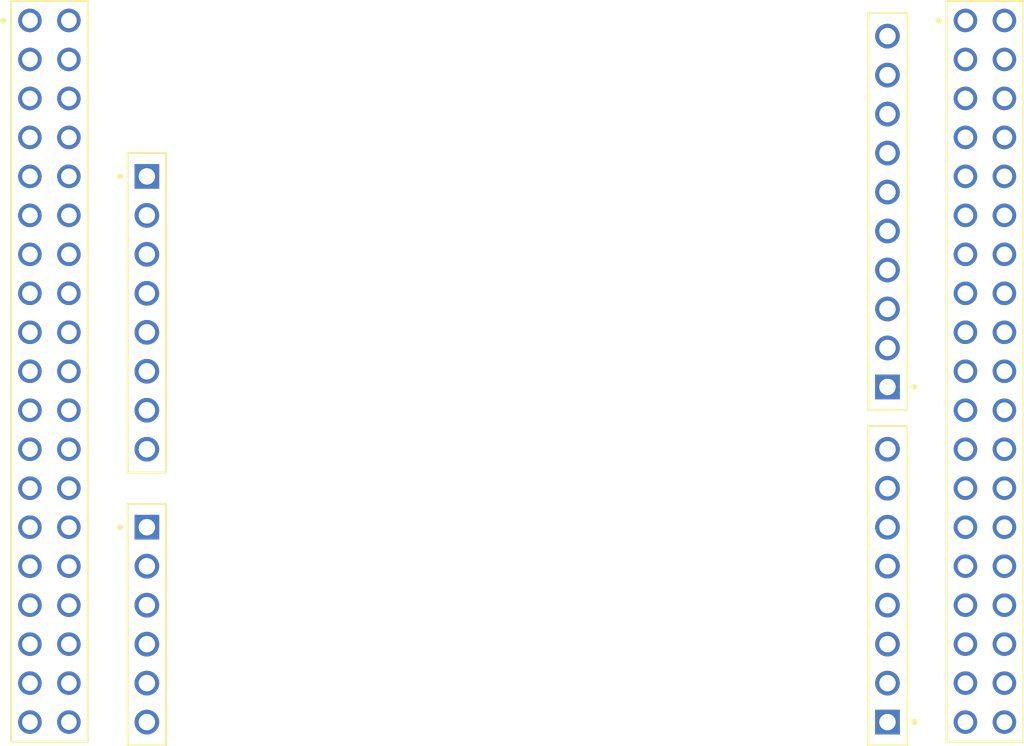
<source format=kicad_pcb>
(kicad_pcb (version 20221018) (generator pcbnew)
  (layers (0 "F.Cu" signal) (31 "B.Cu" signal) (34 "B.Paste" user) (35 "F.Paste" user) (36 "B.SilkS" user "B.Silkscreen") (37 "F.SilkS" user "F.Silkscreen") (38 "B.Mask" user) (39 "F.Mask" user) (44 "Edge.Cuts" user))
  (net 0 "")
  (net 1 "GND")
  (net 2 "PC0")
  (net 3 "PC1")
  (net 4 "PC2")
  (net 5 "PB0")
  (net 6 "VBAT")
  (net 7 "PA4")
  (net 8 "PH1")
  (net 9 "PA1")
  (net 10 "PH0")
  (net 11 "PA0")
  (net 12 "PC15")
  (net 13 "PC14")
  (net 14 "VIN")
  (net 15 "PC13")
  (net 16 "PB7")
  (net 17 "5V")
  (net 18 "PA15")
  (net 19 "3V3")
  (net 20 "PA14")
  (net 21 "PA13")
  (net 22 "IOREF")
  (net 23 "BOOT0")
  (net 24 "VDD")
  (net 25 "PD2")
  (net 26 "PC12")
  (net 27 "PC11")
  (net 28 "PC3")
  (net 29 "PC10")
  (net 30 "PA2")
  (net 31 "PC4")
  (net 32 "PA10")
  (net 33 "AGND")
  (net 34 "PB3")
  (net 35 "PB13")
  (net 36 "PB5")
  (net 37 "PB14")
  (net 38 "PB4")
  (net 39 "PB15")
  (net 40 "PB10")
  (net 41 "PB1")
  (net 42 "PA8")
  (net 43 "PB2")
  (net 44 "PA9")
  (net 45 "PC7")
  (net 46 "PB6")
  (net 47 "PB12")
  (net 48 "PA7")
  (net 49 "PA11")
  (net 50 "PA6")
  (net 51 "PA12")
  (net 52 "PA5")
  (net 53 "AVDD")
  (net 54 "PC5")
  (net 55 "PB9")
  (net 56 "PC6")
  (net 57 "PB8")
  (net 58 "PC8")
  (net 59 "PA3")
  (net 60 "PC9")
  (net 61 "NRST")
  (net 62 "U5V")
  (net 63 "PB11")
  (net 64 "E5V")
  (footprint "NUCLEO-F401RE:ST_NUCLEO-F401RE" (layer "F.Cu") (at 152.146 86.614)
    (fp_text reference "A1" hide)
    (fp_text value "NUCLEO-F401RE" hide)
    (fp_line (start -32.98 -10.78) (end -32.98 37.48) (stroke (width 0.127)) (layer "F.SilkS"))
    (fp_line (start -32.98 37.48) (end -27.98 37.48) (stroke (width 0.127)) (layer "F.SilkS"))
    (fp_line (start -27.98 -10.78) (end -32.98 -10.78) (stroke (width 0.127)) (layer "F.SilkS"))
    (fp_line (start -27.98 37.48) (end -27.98 -10.78) (stroke (width 0.127)) (layer "F.SilkS"))
    (fp_line (start -25.38 -0.87) (end -25.38 19.95) (stroke (width 0.127)) (layer "F.SilkS"))
    (fp_line (start -25.38 19.95) (end -22.88 19.95) (stroke (width 0.127)) (layer "F.SilkS"))
    (fp_line (start -25.38 21.99) (end -25.38 37.73) (stroke (width 0.127)) (layer "F.SilkS"))
    (fp_line (start -25.38 37.73) (end -22.88 37.73) (stroke (width 0.127)) (layer "F.SilkS"))
    (fp_line (start -22.88 -0.87) (end -25.38 -0.87) (stroke (width 0.127)) (layer "F.SilkS"))
    (fp_line (start -22.88 19.95) (end -22.88 -0.87) (stroke (width 0.127)) (layer "F.SilkS"))
    (fp_line (start -22.88 21.99) (end -25.38 21.99) (stroke (width 0.127)) (layer "F.SilkS"))
    (fp_line (start -22.88 37.73) (end -22.88 21.99) (stroke (width 0.127)) (layer "F.SilkS"))
    (fp_line (start 22.88 -10.01) (end 22.88 15.89) (stroke (width 0.127)) (layer "F.SilkS"))
    (fp_line (start 22.88 15.89) (end 25.38 15.89) (stroke (width 0.127)) (layer "F.SilkS"))
    (fp_line (start 22.88 16.91) (end 22.88 37.73) (stroke (width 0.127)) (layer "F.SilkS"))
    (fp_line (start 22.88 37.73) (end 25.38 37.73) (stroke (width 0.127)) (layer "F.SilkS"))
    (fp_line (start 25.38 -10.01) (end 22.88 -10.01) (stroke (width 0.127)) (layer "F.SilkS"))
    (fp_line (start 25.38 15.89) (end 25.38 -10.01) (stroke (width 0.127)) (layer "F.SilkS"))
    (fp_line (start 25.38 16.91) (end 22.88 16.91) (stroke (width 0.127)) (layer "F.SilkS"))
    (fp_line (start 25.38 37.73) (end 25.38 16.91) (stroke (width 0.127)) (layer "F.SilkS"))
    (fp_line (start 27.98 -10.78) (end 27.98 37.48) (stroke (width 0.127)) (layer "F.SilkS"))
    (fp_line (start 27.98 37.48) (end 32.98 37.48) (stroke (width 0.127)) (layer "F.SilkS"))
    (fp_line (start 32.98 -10.78) (end 27.98 -10.78) (stroke (width 0.127)) (layer "F.SilkS"))
    (fp_line (start 32.98 37.48) (end 32.98 -10.78) (stroke (width 0.127)) (layer "F.SilkS"))
    (fp_circle (center -33.5 -9.51) (end -33.4 -9.51) (stroke (width 0.2)) (fill none) (layer "F.SilkS"))
    (fp_circle (center -25.88 0.65) (end -25.78 0.65) (stroke (width 0.2)) (fill none) (layer "F.SilkS"))
    (fp_circle (center -25.88 23.51) (end -25.78 23.51) (stroke (width 0.2)) (fill none) (layer "F.SilkS"))
    (fp_circle (center 25.88 14.37) (end 25.98 14.37) (stroke (width 0.2)) (fill none) (layer "F.SilkS"))
    (fp_circle (center 25.88 36.21) (end 25.98 36.21) (stroke (width 0.2)) (fill none) (layer "F.SilkS"))
    (fp_circle (center 27.46 -9.51) (end 27.56 -9.51) (stroke (width 0.2)) (fill none) (layer "F.SilkS"))
    (pad "CN5_1" thru_hole rect (at 24.13 14.37 180) (size 1.605 1.605) (drill 1.07) (layers "*.Cu" "*.Mask"))
    (pad "CN5_2" thru_hole circle (at 24.13 11.83 180) (size 1.605 1.605) (drill 1.07) (layers "*.Cu" "*.Mask"))
    (pad "CN5_3" thru_hole circle (at 24.13 9.29 180) (size 1.605 1.605) (drill 1.07) (layers "*.Cu" "*.Mask"))
    (pad "CN5_4" thru_hole circle (at 24.13 6.75 180) (size 1.605 1.605) (drill 1.07) (layers "*.Cu" "*.Mask"))
    (pad "CN5_5" thru_hole circle (at 24.13 4.21 180) (size 1.605 1.605) (drill 1.07) (layers "*.Cu" "*.Mask"))
    (pad "CN5_6" thru_hole circle (at 24.13 1.67 180) (size 1.605 1.605) (drill 1.07) (layers "*.Cu" "*.Mask"))
    (pad "CN5_7" thru_hole circle (at 24.13 -0.87 180) (size 1.605 1.605) (drill 1.07) (layers "*.Cu" "*.Mask"))
    (pad "CN5_8" thru_hole circle (at 24.13 -3.41 180) (size 1.605 1.605) (drill 1.07) (layers "*.Cu" "*.Mask"))
    (pad "CN5_9" thru_hole circle (at 24.13 -5.95 180) (size 1.605 1.605) (drill 1.07) (layers "*.Cu" "*.Mask"))
    (pad "CN5_10" thru_hole circle (at 24.13 -8.49 180) (size 1.605 1.605) (drill 1.07) (layers "*.Cu" "*.Mask"))
    (pad "CN6_1" thru_hole rect (at -24.13 0.65) (size 1.605 1.605) (drill 1.07) (layers "*.Cu" "*.Mask"))
    (pad "CN6_2" thru_hole circle (at -24.13 3.19) (size 1.605 1.605) (drill 1.07) (layers "*.Cu" "*.Mask"))
    (pad "CN6_3" thru_hole circle (at -24.13 5.73) (size 1.605 1.605) (drill 1.07) (layers "*.Cu" "*.Mask"))
    (pad "CN6_4" thru_hole circle (at -24.13 8.27) (size 1.605 1.605) (drill 1.07) (layers "*.Cu" "*.Mask"))
    (pad "CN6_5" thru_hole circle (at -24.13 10.81) (size 1.605 1.605) (drill 1.07) (layers "*.Cu" "*.Mask"))
    (pad "CN6_6" thru_hole circle (at -24.13 13.35) (size 1.605 1.605) (drill 1.07) (layers "*.Cu" "*.Mask"))
    (pad "CN6_7" thru_hole circle (at -24.13 15.89) (size 1.605 1.605) (drill 1.07) (layers "*.Cu" "*.Mask"))
    (pad "CN6_8" thru_hole circle (at -24.13 18.43) (size 1.605 1.605) (drill 1.07) (layers "*.Cu" "*.Mask"))
    (pad "CN7_1" thru_hole circle (at -31.75 -9.51) (size 1.53 1.53) (drill 1.02) (layers "*.Cu" "*.Mask") (net 29 "PC10"))
    (pad "CN7_2" thru_hole circle (at -29.21 -9.51) (size 1.53 1.53) (drill 1.02) (layers "*.Cu" "*.Mask") (net 27 "PC11"))
    (pad "CN7_3" thru_hole circle (at -31.75 -6.97) (size 1.53 1.53) (drill 1.02) (layers "*.Cu" "*.Mask") (net 26 "PC12"))
    (pad "CN7_4" thru_hole circle (at -29.21 -6.97) (size 1.53 1.53) (drill 1.02) (layers "*.Cu" "*.Mask") (net 25 "PD2"))
    (pad "CN7_5" thru_hole circle (at -31.75 -4.43) (size 1.53 1.53) (drill 1.02) (layers "*.Cu" "*.Mask") (net 24 "VDD"))
    (pad "CN7_6" thru_hole circle (at -29.21 -4.43) (size 1.53 1.53) (drill 1.02) (layers "*.Cu" "*.Mask") (net 64 "E5V"))
    (pad "CN7_7" thru_hole circle (at -31.75 -1.89) (size 1.53 1.53) (drill 1.02) (layers "*.Cu" "*.Mask") (net 23 "BOOT0"))
    (pad "CN7_8" thru_hole circle (at -29.21 -1.89) (size 1.53 1.53) (drill 1.02) (layers "*.Cu" "*.Mask") (net 1 "GND"))
    (pad "CN7_9" thru_hole circle (at -31.75 0.65) (size 1.53 1.53) (drill 1.02) (layers "*.Cu" "*.Mask"))
    (pad "CN7_10" thru_hole circle (at -29.21 0.65) (size 1.53 1.53) (drill 1.02) (layers "*.Cu" "*.Mask"))
    (pad "CN7_11" thru_hole circle (at -31.75 3.19) (size 1.53 1.53) (drill 1.02) (layers "*.Cu" "*.Mask"))
    (pad "CN7_12" thru_hole circle (at -29.21 3.19) (size 1.53 1.53) (drill 1.02) (layers "*.Cu" "*.Mask") (net 22 "IOREF"))
    (pad "CN7_13" thru_hole circle (at -31.75 5.73) (size 1.53 1.53) (drill 1.02) (layers "*.Cu" "*.Mask") (net 21 "PA13"))
    (pad "CN7_14" thru_hole circle (at -29.21 5.73) (size 1.53 1.53) (drill 1.02) (layers "*.Cu" "*.Mask") (net 61 "NRST"))
    (pad "CN7_15" thru_hole circle (at -31.75 8.27) (size 1.53 1.53) (drill 1.02) (layers "*.Cu" "*.Mask") (net 20 "PA14"))
    (pad "CN7_16" thru_hole circle (at -29.21 8.27) (size 1.53 1.53) (drill 1.02) (layers "*.Cu" "*.Mask") (net 19 "3V3"))
    (pad "CN7_17" thru_hole circle (at -31.75 10.81) (size 1.53 1.53) (drill 1.02) (layers "*.Cu" "*.Mask") (net 18 "PA15"))
    (pad "CN7_18" thru_hole circle (at -29.21 10.81) (size 1.53 1.53) (drill 1.02) (layers "*.Cu" "*.Mask") (net 17 "5V"))
    (pad "CN7_19" thru_hole circle (at -31.75 13.35) (size 1.53 1.53) (drill 1.02) (layers "*.Cu" "*.Mask") (net 1 "GND"))
    (pad "CN7_20" thru_hole circle (at -29.21 13.35) (size 1.53 1.53) (drill 1.02) (layers "*.Cu" "*.Mask") (net 1 "GND"))
    (pad "CN7_21" thru_hole circle (at -31.75 15.89) (size 1.53 1.53) (drill 1.02) (layers "*.Cu" "*.Mask") (net 16 "PB7"))
    (pad "CN7_22" thru_hole circle (at -29.21 15.89) (size 1.53 1.53) (drill 1.02) (layers "*.Cu" "*.Mask") (net 1 "GND"))
    (pad "CN7_23" thru_hole circle (at -31.75 18.43) (size 1.53 1.53) (drill 1.02) (layers "*.Cu" "*.Mask") (net 15 "PC13"))
    (pad "CN7_24" thru_hole circle (at -29.21 18.43) (size 1.53 1.53) (drill 1.02) (layers "*.Cu" "*.Mask") (net 14 "VIN"))
    (pad "CN7_25" thru_hole circle (at -31.75 20.97) (size 1.53 1.53) (drill 1.02) (layers "*.Cu" "*.Mask") (net 13 "PC14"))
    (pad "CN7_26" thru_hole circle (at -29.21 20.97) (size 1.53 1.53) (drill 1.02) (layers "*.Cu" "*.Mask"))
    (pad "CN7_27" thru_hole circle (at -31.75 23.51) (size 1.53 1.53) (drill 1.02) (layers "*.Cu" "*.Mask") (net 12 "PC15"))
    (pad "CN7_28" thru_hole circle (at -29.21 23.51) (size 1.53 1.53) (drill 1.02) (layers "*.Cu" "*.Mask") (net 11 "PA0"))
    (pad "CN7_29" thru_hole circle (at -31.75 26.05) (size 1.53 1.53) (drill 1.02) (layers "*.Cu" "*.Mask") (net 10 "PH0"))
    (pad "CN7_30" thru_hole circle (at -29.21 26.05) (size 1.53 1.53) (drill 1.02) (layers "*.Cu" "*.Mask") (net 9 "PA1"))
    (pad "CN7_31" thru_hole circle (at -31.75 28.59) (size 1.53 1.53) (drill 1.02) (layers "*.Cu" "*.Mask") (net 8 "PH1"))
    (pad "CN7_32" thru_hole circle (at -29.21 28.59) (size 1.53 1.53) (drill 1.02) (layers "*.Cu" "*.Mask") (net 7 "PA4"))
    (pad "CN7_33" thru_hole circle (at -31.75 31.13) (size 1.53 1.53) (drill 1.02) (layers "*.Cu" "*.Mask") (net 6 "VBAT"))
    (pad "CN7_34" thru_hole circle (at -29.21 31.13) (size 1.53 1.53) (drill 1.02) (layers "*.Cu" "*.Mask") (net 5 "PB0"))
    (pad "CN7_35" thru_hole circle (at -31.75 33.67) (size 1.53 1.53) (drill 1.02) (layers "*.Cu" "*.Mask") (net 4 "PC2"))
    (pad "CN7_36" thru_hole circle (at -29.21 33.67) (size 1.53 1.53) (drill 1.02) (layers "*.Cu" "*.Mask") (net 3 "PC1"))
    (pad "CN7_37" thru_hole circle (at -31.75 36.21) (size 1.53 1.53) (drill 1.02) (layers "*.Cu" "*.Mask") (net 28 "PC3"))
    (pad "CN7_38" thru_hole circle (at -29.21 36.21) (size 1.53 1.53) (drill 1.02) (layers "*.Cu" "*.Mask") (net 2 "PC0"))
    (pad "CN8_1" thru_hole rect (at -24.13 23.51) (size 1.605 1.605) (drill 1.07) (layers "*.Cu" "*.Mask"))
    (pad "CN8_2" thru_hole circle (at -24.13 26.05) (size 1.605 1.605) (drill 1.07) (layers "*.Cu" "*.Mask"))
    (pad "CN8_3" thru_hole circle (at -24.13 28.59) (size 1.605 1.605) (drill 1.07) (layers "*.Cu" "*.Mask"))
    (pad "CN8_4" thru_hole circle (at -24.13 31.13) (size 1.605 1.605) (drill 1.07) (layers "*.Cu" "*.Mask"))
    (pad "CN8_5" thru_hole circle (at -24.13 33.67) (size 1.605 1.605) (drill 1.07) (layers "*.Cu" "*.Mask"))
    (pad "CN8_6" thru_hole circle (at -24.13 36.21) (size 1.605 1.605) (drill 1.07) (layers "*.Cu" "*.Mask"))
    (pad "CN9_1" thru_hole rect (at 24.13 36.21 180) (size 1.605 1.605) (drill 1.07) (layers "*.Cu" "*.Mask"))
    (pad "CN9_2" thru_hole circle (at 24.13 33.67 180) (size 1.605 1.605) (drill 1.07) (layers "*.Cu" "*.Mask"))
    (pad "CN9_3" thru_hole circle (at 24.13 31.13 180) (size 1.605 1.605) (drill 1.07) (layers "*.Cu" "*.Mask"))
    (pad "CN9_4" thru_hole circle (at 24.13 28.59 180) (size 1.605 1.605) (drill 1.07) (layers "*.Cu" "*.Mask"))
    (pad "CN9_5" thru_hole circle (at 24.13 26.05 180) (size 1.605 1.605) (drill 1.07) (layers "*.Cu" "*.Mask"))
    (pad "CN9_6" thru_hole circle (at 24.13 23.51 180) (size 1.605 1.605) (drill 1.07) (layers "*.Cu" "*.Mask"))
    (pad "CN9_7" thru_hole circle (at 24.13 20.97 180) (size 1.605 1.605) (drill 1.07) (layers "*.Cu" "*.Mask"))
    (pad "CN9_8" thru_hole circle (at 24.13 18.43 180) (size 1.605 1.605) (drill 1.07) (layers "*.Cu" "*.Mask"))
    (pad "CN10_1" thru_hole circle (at 29.21 -9.51) (size 1.53 1.53) (drill 1.02) (layers "*.Cu" "*.Mask") (net 60 "PC9"))
    (pad "CN10_2" thru_hole circle (at 31.75 -9.51) (size 1.53 1.53) (drill 1.02) (layers "*.Cu" "*.Mask") (net 58 "PC8"))
    (pad "CN10_3" thru_hole circle (at 29.21 -6.97) (size 1.53 1.53) (drill 1.02) (layers "*.Cu" "*.Mask") (net 57 "PB8"))
    (pad "CN10_4" thru_hole circle (at 31.75 -6.97) (size 1.53 1.53) (drill 1.02) (layers "*.Cu" "*.Mask") (net 56 "PC6"))
    (pad "CN10_5" thru_hole circle (at 29.21 -4.43) (size 1.53 1.53) (drill 1.02) (layers "*.Cu" "*.Mask") (net 55 "PB9"))
    (pad "CN10_6" thru_hole circle (at 31.75 -4.43) (size 1.53 1.53) (drill 1.02) (layers "*.Cu" "*.Mask") (net 54 "PC5"))
    (pad "CN10_7" thru_hole circle (at 29.21 -1.89) (size 1.53 1.53) (drill 1.02) (layers "*.Cu" "*.Mask") (net 53 "AVDD"))
    (pad "CN10_8" thru_hole circle (at 31.75 -1.89) (size 1.53 1.53) (drill 1.02) (layers "*.Cu" "*.Mask") (net 62 "U5V"))
    (pad "CN10_9" thru_hole circle (at 29.21 0.65) (size 1.53 1.53) (drill 1.02) (layers "*.Cu" "*.Mask") (net 1 "GND"))
    (pad "CN10_10" thru_hole circle (at 31.75 0.65) (size 1.53 1.53) (drill 1.02) (layers "*.Cu" "*.Mask"))
    (pad "CN10_11" thru_hole circle (at 29.21 3.19) (size 1.53 1.53) (drill 1.02) (layers "*.Cu" "*.Mask") (net 52 "PA5"))
    (pad "CN10_12" thru_hole circle (at 31.75 3.19) (size 1.53 1.53) (drill 1.02) (layers "*.Cu" "*.Mask") (net 51 "PA12"))
    (pad "CN10_13" thru_hole circle (at 29.21 5.73) (size 1.53 1.53) (drill 1.02) (layers "*.Cu" "*.Mask") (net 50 "PA6"))
    (pad "CN10_14" thru_hole circle (at 31.75 5.73) (size 1.53 1.53) (drill 1.02) (layers "*.Cu" "*.Mask") (net 49 "PA11"))
    (pad "CN10_15" thru_hole circle (at 29.21 8.27) (size 1.53 1.53) (drill 1.02) (layers "*.Cu" "*.Mask") (net 48 "PA7"))
    (pad "CN10_16" thru_hole circle (at 31.75 8.27) (size 1.53 1.53) (drill 1.02) (layers "*.Cu" "*.Mask") (net 47 "PB12"))
    (pad "CN10_17" thru_hole circle (at 29.21 10.81) (size 1.53 1.53) (drill 1.02) (layers "*.Cu" "*.Mask") (net 46 "PB6"))
    (pad "CN10_18" thru_hole circle (at 31.75 10.81) (size 1.53 1.53) (drill 1.02) (layers "*.Cu" "*.Mask") (net 63 "PB11"))
    (pad "CN10_19" thru_hole circle (at 29.21 13.35) (size 1.53 1.53) (drill 1.02) (layers "*.Cu" "*.Mask") (net 45 "PC7"))
    (pad "CN10_20" thru_hole circle (at 31.75 13.35) (size 1.53 1.53) (drill 1.02) (layers "*.Cu" "*.Mask") (net 1 "GND"))
    (pad "CN10_21" thru_hole circle (at 29.21 15.89) (size 1.53 1.53) (drill 1.02) (layers "*.Cu" "*.Mask") (net 44 "PA9"))
    (pad "CN10_22" thru_hole circle (at 31.75 15.89) (size 1.53 1.53) (drill 1.02) (layers "*.Cu" "*.Mask") (net 43 "PB2"))
    (pad "CN10_23" thru_hole circle (at 29.21 18.43) (size 1.53 1.53) (drill 1.02) (layers "*.Cu" "*.Mask") (net 42 "PA8"))
    (pad "CN10_24" thru_hole circle (at 31.75 18.43) (size 1.53 1.53) (drill 1.02) (layers "*.Cu" "*.Mask") (net 41 "PB1"))
    (pad "CN10_25" thru_hole circle (at 29.21 20.97) (size 1.53 1.53) (drill 1.02) (layers "*.Cu" "*.Mask") (net 40 "PB10"))
    (pad "CN10_26" thru_hole circle (at 31.75 20.97) (size 1.53 1.53) (drill 1.02) (layers "*.Cu" "*.Mask") (net 39 "PB15"))
    (pad "CN10_27" thru_hole circle (at 29.21 23.51) (size 1.53 1.53) (drill 1.02) (layers "*.Cu" "*.Mask") (net 38 "PB4"))
    (pad "CN10_28" thru_hole circle (at 31.75 23.51) (size 1.53 1.53) (drill 1.02) (layers "*.Cu" "*.Mask") (net 37 "PB14"))
    (pad "CN10_29" thru_hole circle (at 29.21 26.05) (size 1.53 1.53) (drill 1.02) (layers "*.Cu" "*.Mask") (net 36 "PB5"))
    (pad "CN10_30" thru_hole circle (at 31.75 26.05) (size 1.53 1.53) (drill 1.02) (layers "*.Cu" "*.Mask") (net 35 "PB13"))
    (pad "CN10_31" thru_hole circle (at 29.21 28.59) (size 1.53 1.53) (drill 1.02) (layers "*.Cu" "*.Mask") (net 34 "PB3"))
    (pad "CN10_32" thru_hole circle (at 31.75 28.59) (size 1.53 1.53) (drill 1.02) (layers "*.Cu" "*.Mask") (net 33 "AGND"))
    (pad "CN10_33" thru_hole circle (at 29.21 31.13) (size 1.53 1.53) (drill 1.02) (layers "*.Cu" "*.Mask") (net 32 "PA10"))
    (pad "CN10_34" thru_hole circle (at 31.75 31.13) (size 1.53 1.53) (drill 1.02) (layers "*.Cu" "*.Mask") (net 31 "PC4"))
    (pad "CN10_35" thru_hole circle (at 29.21 33.67) (size 1.53 1.53) (drill 1.02) (layers "*.Cu" "*.Mask") (net 30 "PA2"))
    (pad "CN10_36" thru_hole circle (at 31.75 33.67) (size 1.53 1.53) (drill 1.02) (layers "*.Cu" "*.Mask"))
    (pad "CN10_37" thru_hole circle (at 29.21 36.21) (size 1.53 1.53) (drill 1.02) (layers "*.Cu" "*.Mask") (net 59 "PA3"))
    (pad "CN10_38" thru_hole circle (at 31.75 36.21) (size 1.53 1.53) (drill 1.02) (layers "*.Cu" "*.Mask"))
  )
)
</source>
